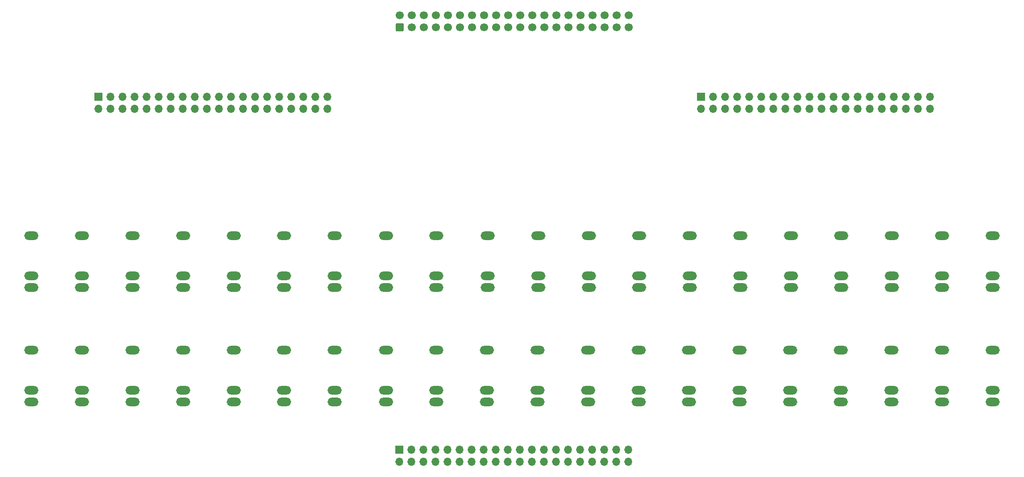
<source format=gbr>
%TF.GenerationSoftware,KiCad,Pcbnew,8.0.4*%
%TF.CreationDate,2024-08-13T10:53:45-04:00*%
%TF.ProjectId,Bus_Breakout,4275735f-4272-4656-916b-6f75742e6b69,rev?*%
%TF.SameCoordinates,Original*%
%TF.FileFunction,Soldermask,Bot*%
%TF.FilePolarity,Negative*%
%FSLAX46Y46*%
G04 Gerber Fmt 4.6, Leading zero omitted, Abs format (unit mm)*
G04 Created by KiCad (PCBNEW 8.0.4) date 2024-08-13 10:53:45*
%MOMM*%
%LPD*%
G01*
G04 APERTURE LIST*
G04 Aperture macros list*
%AMRoundRect*
0 Rectangle with rounded corners*
0 $1 Rounding radius*
0 $2 $3 $4 $5 $6 $7 $8 $9 X,Y pos of 4 corners*
0 Add a 4 corners polygon primitive as box body*
4,1,4,$2,$3,$4,$5,$6,$7,$8,$9,$2,$3,0*
0 Add four circle primitives for the rounded corners*
1,1,$1+$1,$2,$3*
1,1,$1+$1,$4,$5*
1,1,$1+$1,$6,$7*
1,1,$1+$1,$8,$9*
0 Add four rect primitives between the rounded corners*
20,1,$1+$1,$2,$3,$4,$5,0*
20,1,$1+$1,$4,$5,$6,$7,0*
20,1,$1+$1,$6,$7,$8,$9,0*
20,1,$1+$1,$8,$9,$2,$3,0*%
G04 Aperture macros list end*
%ADD10O,3.000000X1.800000*%
%ADD11R,1.700000X1.700000*%
%ADD12O,1.700000X1.700000*%
%ADD13RoundRect,0.250000X0.600000X-0.600000X0.600000X0.600000X-0.600000X0.600000X-0.600000X-0.600000X0*%
%ADD14C,1.700000*%
G04 APERTURE END LIST*
D10*
%TO.C,J16*%
X354750200Y-220459700D03*
X354750200Y-209559700D03*
X354750200Y-218059700D03*
%TD*%
%TO.C,J34*%
X333305200Y-244589700D03*
X333305200Y-233689700D03*
X333305200Y-242189700D03*
%TD*%
%TO.C,J5*%
X237310200Y-220459700D03*
X237310200Y-209559700D03*
X237310200Y-218059700D03*
%TD*%
%TO.C,J40*%
X397240200Y-244589700D03*
X397240200Y-233689700D03*
X397240200Y-242189700D03*
%TD*%
%TO.C,J15*%
X344100200Y-220459700D03*
X344100200Y-209559700D03*
X344100200Y-218059700D03*
%TD*%
%TO.C,J35*%
X343955200Y-244589700D03*
X343955200Y-233689700D03*
X343955200Y-242189700D03*
%TD*%
%TO.C,J14*%
X333450200Y-220459700D03*
X333450200Y-209559700D03*
X333450200Y-218059700D03*
%TD*%
%TO.C,J7*%
X258610200Y-220459700D03*
X258610200Y-209559700D03*
X258610200Y-218059700D03*
%TD*%
%TO.C,J24*%
X226660200Y-244589700D03*
X226660200Y-233689700D03*
X226660200Y-242189700D03*
%TD*%
D11*
%TO.C,J42*%
X272270200Y-254654700D03*
D12*
X272270200Y-257194700D03*
X274810200Y-254654700D03*
X274810200Y-257194700D03*
X277350200Y-254654700D03*
X277350200Y-257194700D03*
X279890200Y-254654700D03*
X279890200Y-257194700D03*
X282430200Y-254654700D03*
X282430200Y-257194700D03*
X284970200Y-254654700D03*
X284970200Y-257194700D03*
X287510200Y-254654700D03*
X287510200Y-257194700D03*
X290050200Y-254654700D03*
X290050200Y-257194700D03*
X292590200Y-254654700D03*
X292590200Y-257194700D03*
X295130200Y-254654700D03*
X295130200Y-257194700D03*
X297670200Y-254654700D03*
X297670200Y-257194700D03*
X300210200Y-254654700D03*
X300210200Y-257194700D03*
X302750200Y-254654700D03*
X302750200Y-257194700D03*
X305290200Y-254654700D03*
X305290200Y-257194700D03*
X307830200Y-254654700D03*
X307830200Y-257194700D03*
X310370200Y-254654700D03*
X310370200Y-257194700D03*
X312910200Y-254654700D03*
X312910200Y-257194700D03*
X315450200Y-254654700D03*
X315450200Y-257194700D03*
X317990200Y-254654700D03*
X317990200Y-257194700D03*
X320530200Y-254654700D03*
X320530200Y-257194700D03*
%TD*%
D10*
%TO.C,J13*%
X322800200Y-220459700D03*
X322800200Y-209559700D03*
X322800200Y-218059700D03*
%TD*%
%TO.C,J29*%
X280055200Y-244589700D03*
X280055200Y-233689700D03*
X280055200Y-242189700D03*
%TD*%
%TO.C,J23*%
X216010200Y-244589700D03*
X216010200Y-233689700D03*
X216010200Y-242189700D03*
%TD*%
%TO.C,J32*%
X312005200Y-244589700D03*
X312005200Y-233689700D03*
X312005200Y-242189700D03*
%TD*%
%TO.C,J10*%
X290850200Y-220459700D03*
X290850200Y-209559700D03*
X290850200Y-218059700D03*
%TD*%
%TO.C,J2*%
X205360200Y-220459700D03*
X205360200Y-209559700D03*
X205360200Y-218059700D03*
%TD*%
%TO.C,J6*%
X247960200Y-220459700D03*
X247960200Y-209559700D03*
X247960200Y-218059700D03*
%TD*%
%TO.C,J30*%
X290705200Y-244589700D03*
X290705200Y-233689700D03*
X290705200Y-242189700D03*
%TD*%
%TO.C,J31*%
X301355200Y-244589700D03*
X301355200Y-233689700D03*
X301355200Y-242189700D03*
%TD*%
%TO.C,J25*%
X237310200Y-244589700D03*
X237310200Y-233689700D03*
X237310200Y-242189700D03*
%TD*%
%TO.C,J1*%
X194710200Y-220459700D03*
X194710200Y-209559700D03*
X194710200Y-218059700D03*
%TD*%
%TO.C,J9*%
X280055200Y-220459700D03*
X280055200Y-209559700D03*
X280055200Y-218059700D03*
%TD*%
%TO.C,J33*%
X322655200Y-244589700D03*
X322655200Y-233689700D03*
X322655200Y-242189700D03*
%TD*%
%TO.C,J3*%
X216010200Y-220459700D03*
X216010200Y-209559700D03*
X216010200Y-218059700D03*
%TD*%
%TO.C,J19*%
X386625200Y-220459700D03*
X386625200Y-209559700D03*
X386625200Y-218059700D03*
%TD*%
D11*
%TO.C,J44*%
X335790200Y-180269700D03*
D12*
X335790200Y-182809700D03*
X338330200Y-180269700D03*
X338330200Y-182809700D03*
X340870200Y-180269700D03*
X340870200Y-182809700D03*
X343410200Y-180269700D03*
X343410200Y-182809700D03*
X345950200Y-180269700D03*
X345950200Y-182809700D03*
X348490200Y-180269700D03*
X348490200Y-182809700D03*
X351030200Y-180269700D03*
X351030200Y-182809700D03*
X353570200Y-180269700D03*
X353570200Y-182809700D03*
X356110200Y-180269700D03*
X356110200Y-182809700D03*
X358650200Y-180269700D03*
X358650200Y-182809700D03*
X361190200Y-180269700D03*
X361190200Y-182809700D03*
X363730200Y-180269700D03*
X363730200Y-182809700D03*
X366270200Y-180269700D03*
X366270200Y-182809700D03*
X368810200Y-180269700D03*
X368810200Y-182809700D03*
X371350200Y-180269700D03*
X371350200Y-182809700D03*
X373890200Y-180269700D03*
X373890200Y-182809700D03*
X376430200Y-180269700D03*
X376430200Y-182809700D03*
X378970200Y-180269700D03*
X378970200Y-182809700D03*
X381510200Y-180269700D03*
X381510200Y-182809700D03*
X384050200Y-180269700D03*
X384050200Y-182809700D03*
%TD*%
D10*
%TO.C,J39*%
X386590200Y-244589700D03*
X386590200Y-233689700D03*
X386590200Y-242189700D03*
%TD*%
%TO.C,J36*%
X354605200Y-244589700D03*
X354605200Y-233689700D03*
X354605200Y-242189700D03*
%TD*%
%TO.C,J18*%
X376050200Y-220459700D03*
X376050200Y-209559700D03*
X376050200Y-218059700D03*
%TD*%
%TO.C,J8*%
X269405200Y-220459700D03*
X269405200Y-209559700D03*
X269405200Y-218059700D03*
%TD*%
%TO.C,J12*%
X312150200Y-220459700D03*
X312150200Y-209559700D03*
X312150200Y-218059700D03*
%TD*%
%TO.C,J20*%
X397275200Y-220459700D03*
X397275200Y-209559700D03*
X397275200Y-218059700D03*
%TD*%
%TO.C,J11*%
X301500200Y-220459700D03*
X301500200Y-209559700D03*
X301500200Y-218059700D03*
%TD*%
%TO.C,J38*%
X375940200Y-244589700D03*
X375940200Y-233689700D03*
X375940200Y-242189700D03*
%TD*%
D11*
%TO.C,J43*%
X208820200Y-180269700D03*
D12*
X208820200Y-182809700D03*
X211360200Y-180269700D03*
X211360200Y-182809700D03*
X213900200Y-180269700D03*
X213900200Y-182809700D03*
X216440200Y-180269700D03*
X216440200Y-182809700D03*
X218980200Y-180269700D03*
X218980200Y-182809700D03*
X221520200Y-180269700D03*
X221520200Y-182809700D03*
X224060200Y-180269700D03*
X224060200Y-182809700D03*
X226600200Y-180269700D03*
X226600200Y-182809700D03*
X229140200Y-180269700D03*
X229140200Y-182809700D03*
X231680200Y-180269700D03*
X231680200Y-182809700D03*
X234220200Y-180269700D03*
X234220200Y-182809700D03*
X236760200Y-180269700D03*
X236760200Y-182809700D03*
X239300200Y-180269700D03*
X239300200Y-182809700D03*
X241840200Y-180269700D03*
X241840200Y-182809700D03*
X244380200Y-180269700D03*
X244380200Y-182809700D03*
X246920200Y-180269700D03*
X246920200Y-182809700D03*
X249460200Y-180269700D03*
X249460200Y-182809700D03*
X252000200Y-180269700D03*
X252000200Y-182809700D03*
X254540200Y-180269700D03*
X254540200Y-182809700D03*
X257080200Y-180269700D03*
X257080200Y-182809700D03*
%TD*%
D10*
%TO.C,J27*%
X258610200Y-244589700D03*
X258610200Y-233689700D03*
X258610200Y-242189700D03*
%TD*%
D13*
%TO.C,J41*%
X272290200Y-165647200D03*
D14*
X272290200Y-163107200D03*
X274830200Y-165647200D03*
X274830200Y-163107200D03*
X277370200Y-165647200D03*
X277370200Y-163107200D03*
X279910200Y-165647200D03*
X279910200Y-163107200D03*
X282450200Y-165647200D03*
X282450200Y-163107200D03*
X284990200Y-165647200D03*
X284990200Y-163107200D03*
X287530200Y-165647200D03*
X287530200Y-163107200D03*
X290070200Y-165647200D03*
X290070200Y-163107200D03*
X292610200Y-165647200D03*
X292610200Y-163107200D03*
X295150200Y-165647200D03*
X295150200Y-163107200D03*
X297690200Y-165647200D03*
X297690200Y-163107200D03*
X300230200Y-165647200D03*
X300230200Y-163107200D03*
X302770200Y-165647200D03*
X302770200Y-163107200D03*
X305310200Y-165647200D03*
X305310200Y-163107200D03*
X307850200Y-165647200D03*
X307850200Y-163107200D03*
X310390200Y-165647200D03*
X310390200Y-163107200D03*
X312930200Y-165647200D03*
X312930200Y-163107200D03*
X315470200Y-165647200D03*
X315470200Y-163107200D03*
X318010200Y-165647200D03*
X318010200Y-163107200D03*
X320550200Y-165647200D03*
X320550200Y-163107200D03*
%TD*%
D10*
%TO.C,J28*%
X269405200Y-244589700D03*
X269405200Y-233689700D03*
X269405200Y-242189700D03*
%TD*%
%TO.C,J4*%
X226660200Y-220459700D03*
X226660200Y-209559700D03*
X226660200Y-218059700D03*
%TD*%
%TO.C,J22*%
X205360200Y-244589700D03*
X205360200Y-233689700D03*
X205360200Y-242189700D03*
%TD*%
%TO.C,J21*%
X194710200Y-244589700D03*
X194710200Y-233689700D03*
X194710200Y-242189700D03*
%TD*%
%TO.C,J37*%
X365290200Y-244589700D03*
X365290200Y-233689700D03*
X365290200Y-242189700D03*
%TD*%
%TO.C,J26*%
X247960200Y-244589700D03*
X247960200Y-233689700D03*
X247960200Y-242189700D03*
%TD*%
%TO.C,J17*%
X365400200Y-220459700D03*
X365400200Y-209559700D03*
X365400200Y-218059700D03*
%TD*%
M02*

</source>
